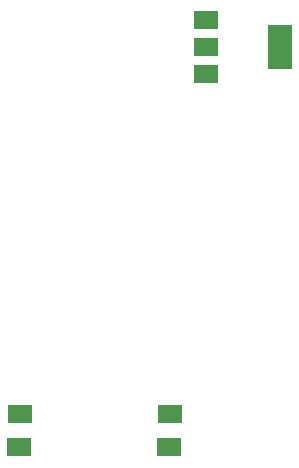
<source format=gbr>
%TF.GenerationSoftware,KiCad,Pcbnew,(6.0.5)*%
%TF.CreationDate,2022-12-18T21:16:11-03:00*%
%TF.ProjectId,HM_CENTRAL-01,484d5f43-454e-4545-9241-4c2d30312e6b,rev?*%
%TF.SameCoordinates,Original*%
%TF.FileFunction,Paste,Top*%
%TF.FilePolarity,Positive*%
%FSLAX46Y46*%
G04 Gerber Fmt 4.6, Leading zero omitted, Abs format (unit mm)*
G04 Created by KiCad (PCBNEW (6.0.5)) date 2022-12-18 21:16:11*
%MOMM*%
%LPD*%
G01*
G04 APERTURE LIST*
%ADD10R,2.000000X1.600000*%
%ADD11R,2.000000X1.500000*%
%ADD12R,2.000000X3.800000*%
G04 APERTURE END LIST*
D10*
%TO.C,R36*%
X116950000Y-71500000D03*
X104250000Y-71500000D03*
%TD*%
D11*
%TO.C,U2*%
X120050000Y-35300000D03*
D12*
X126350000Y-37600000D03*
D11*
X120050000Y-37600000D03*
X120050000Y-39900000D03*
%TD*%
D10*
%TO.C,R37*%
X104300000Y-68700000D03*
X117000000Y-68700000D03*
%TD*%
M02*

</source>
